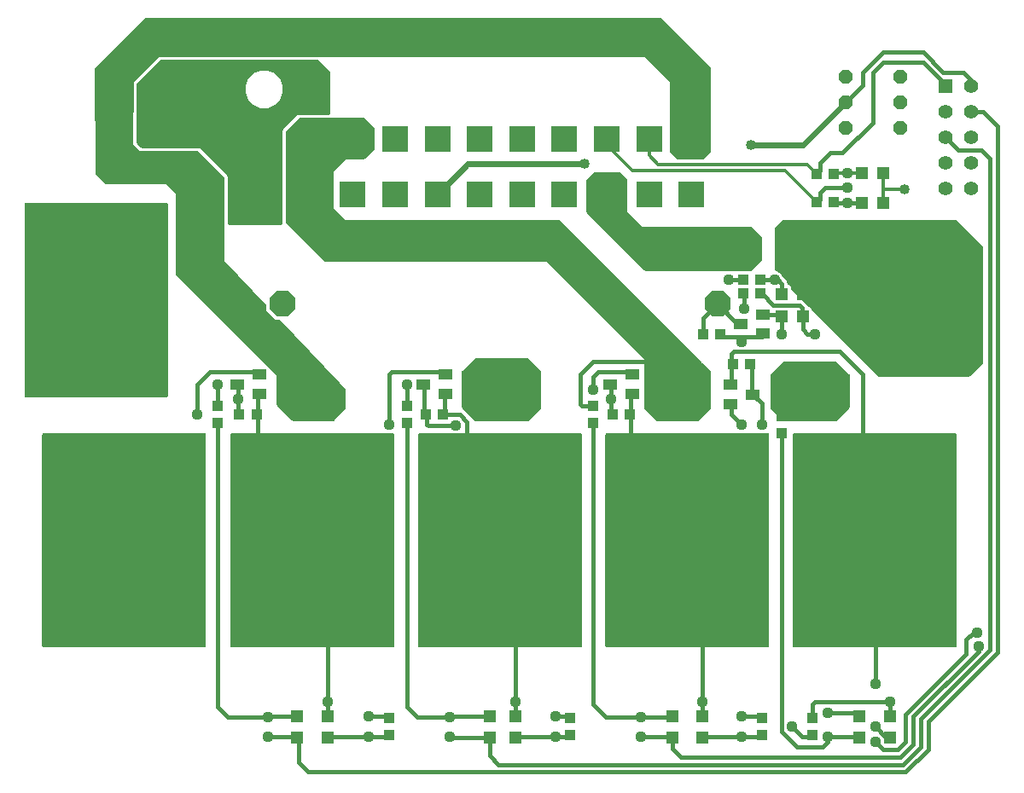
<source format=gbr>
G04 EAGLE Gerber RS-274X export*
G75*
%MOMM*%
%FSLAX34Y34*%
%LPD*%
%INTop Copper*%
%IPPOS*%
%AMOC8*
5,1,8,0,0,1.08239X$1,22.5*%
G01*
%ADD10P,2.749271X8X202.500000*%
%ADD11R,1.200000X1.200000*%
%ADD12R,1.100000X1.000000*%
%ADD13R,1.000000X1.100000*%
%ADD14R,3.150000X1.700000*%
%ADD15R,1.700000X3.150000*%
%ADD16C,8.000000*%
%ADD17R,2.550000X2.550000*%
%ADD18P,1.525737X8X112.500000*%
%ADD19R,1.400000X1.000000*%
%ADD20R,1.409600X1.409600*%
%ADD21C,1.409600*%
%ADD22C,0.304800*%
%ADD23C,0.406400*%
%ADD24C,1.117600*%
%ADD25C,1.108000*%
%ADD26C,1.016000*%
%ADD27C,1.422400*%
%ADD28C,0.609600*%
%ADD29C,1.114800*%

G36*
X335155Y373495D02*
X335155Y373495D01*
X335346Y373516D01*
X335346Y373517D01*
X335505Y373573D01*
X335674Y373634D01*
X335812Y373723D01*
X335967Y373823D01*
X335968Y373824D01*
X336143Y373993D01*
X346943Y386243D01*
X346988Y386307D01*
X347040Y386366D01*
X347087Y386450D01*
X347142Y386529D01*
X347171Y386602D01*
X347209Y386671D01*
X347235Y386763D01*
X347270Y386853D01*
X347282Y386930D01*
X347304Y387006D01*
X347315Y387149D01*
X347322Y387197D01*
X347321Y387218D01*
X347323Y387250D01*
X347323Y403800D01*
X347316Y403860D01*
X347318Y403921D01*
X347296Y404033D01*
X347283Y404146D01*
X347263Y404203D01*
X347251Y404263D01*
X347204Y404367D01*
X347166Y404474D01*
X347133Y404525D01*
X347108Y404580D01*
X346992Y404744D01*
X346977Y404767D01*
X346972Y404772D01*
X346966Y404780D01*
X344866Y407280D01*
X344833Y407311D01*
X344777Y407377D01*
X341093Y411061D01*
X281988Y473773D01*
X281875Y473869D01*
X281764Y473968D01*
X281742Y473981D01*
X281722Y473997D01*
X281589Y474065D01*
X281459Y474137D01*
X281434Y474144D01*
X281411Y474156D01*
X281267Y474191D01*
X281124Y474232D01*
X281093Y474234D01*
X281073Y474239D01*
X281025Y474240D01*
X280880Y474251D01*
X277577Y474251D01*
X268351Y483477D01*
X268351Y487638D01*
X268339Y487741D01*
X268337Y487845D01*
X268319Y487913D01*
X268311Y487984D01*
X268276Y488082D01*
X268251Y488182D01*
X268218Y488245D01*
X268194Y488312D01*
X268138Y488399D01*
X268089Y488491D01*
X268030Y488565D01*
X268005Y488605D01*
X267978Y488631D01*
X267937Y488682D01*
X226823Y532305D01*
X226823Y614700D01*
X226809Y614826D01*
X226802Y614952D01*
X226789Y614998D01*
X226783Y615046D01*
X226741Y615165D01*
X226706Y615287D01*
X226682Y615329D01*
X226666Y615374D01*
X226597Y615481D01*
X226536Y615591D01*
X226496Y615637D01*
X226477Y615667D01*
X226442Y615701D01*
X226377Y615777D01*
X201077Y641077D01*
X200978Y641156D01*
X200884Y641240D01*
X200842Y641264D01*
X200804Y641294D01*
X200690Y641348D01*
X200579Y641409D01*
X200533Y641422D01*
X200489Y641443D01*
X200366Y641469D01*
X200244Y641504D01*
X200183Y641509D01*
X200148Y641516D01*
X200100Y641515D01*
X200000Y641523D01*
X143131Y641523D01*
X136526Y648128D01*
X136820Y710466D01*
X161331Y734977D01*
X643769Y734977D01*
X668277Y710469D01*
X668277Y641250D01*
X668291Y641124D01*
X668298Y640998D01*
X668311Y640952D01*
X668317Y640904D01*
X668359Y640785D01*
X668394Y640663D01*
X668418Y640621D01*
X668434Y640576D01*
X668503Y640469D01*
X668564Y640359D01*
X668604Y640313D01*
X668623Y640283D01*
X668658Y640249D01*
X668723Y640173D01*
X675073Y633823D01*
X675172Y633744D01*
X675266Y633660D01*
X675308Y633636D01*
X675346Y633606D01*
X675460Y633552D01*
X675571Y633491D01*
X675617Y633478D01*
X675661Y633457D01*
X675784Y633431D01*
X675906Y633396D01*
X675967Y633392D01*
X676002Y633384D01*
X676050Y633385D01*
X676150Y633377D01*
X701550Y633377D01*
X701676Y633391D01*
X701802Y633398D01*
X701848Y633411D01*
X701896Y633417D01*
X702015Y633459D01*
X702137Y633494D01*
X702179Y633518D01*
X702224Y633534D01*
X702331Y633603D01*
X702441Y633664D01*
X702487Y633704D01*
X702517Y633723D01*
X702551Y633758D01*
X702627Y633823D01*
X708977Y640173D01*
X709056Y640272D01*
X709140Y640366D01*
X709164Y640408D01*
X709194Y640446D01*
X709248Y640560D01*
X709309Y640671D01*
X709322Y640717D01*
X709343Y640761D01*
X709369Y640884D01*
X709404Y641006D01*
X709409Y641067D01*
X709416Y641102D01*
X709415Y641150D01*
X709423Y641250D01*
X709423Y723800D01*
X709409Y723926D01*
X709402Y724052D01*
X709389Y724098D01*
X709383Y724146D01*
X709341Y724265D01*
X709306Y724387D01*
X709282Y724429D01*
X709266Y724474D01*
X709197Y724581D01*
X709136Y724691D01*
X709096Y724737D01*
X709077Y724767D01*
X709042Y724801D01*
X709030Y724815D01*
X709019Y724831D01*
X709008Y724841D01*
X708977Y724877D01*
X660877Y772977D01*
X660778Y773056D01*
X660684Y773140D01*
X660642Y773164D01*
X660604Y773194D01*
X660490Y773248D01*
X660379Y773309D01*
X660333Y773322D01*
X660289Y773343D01*
X660166Y773369D01*
X660044Y773404D01*
X659983Y773409D01*
X659948Y773416D01*
X659900Y773415D01*
X659800Y773423D01*
X148000Y773423D01*
X147874Y773409D01*
X147748Y773402D01*
X147702Y773389D01*
X147654Y773383D01*
X147535Y773341D01*
X147413Y773306D01*
X147371Y773282D01*
X147326Y773266D01*
X147219Y773197D01*
X147109Y773136D01*
X147063Y773096D01*
X147033Y773077D01*
X146999Y773042D01*
X146923Y772977D01*
X98823Y724877D01*
X98757Y724794D01*
X98715Y724750D01*
X98706Y724735D01*
X98659Y724683D01*
X98636Y724641D01*
X98606Y724604D01*
X98552Y724489D01*
X98491Y724378D01*
X98478Y724332D01*
X98457Y724289D01*
X98431Y724165D01*
X98396Y724042D01*
X98391Y723983D01*
X98384Y723948D01*
X98385Y723900D01*
X98377Y723799D01*
X98477Y619999D01*
X98491Y619874D01*
X98498Y619748D01*
X98511Y619701D01*
X98517Y619652D01*
X98560Y619534D01*
X98594Y619413D01*
X98618Y619371D01*
X98635Y619324D01*
X98703Y619219D01*
X98764Y619109D01*
X98804Y619062D01*
X98824Y619032D01*
X98859Y618998D01*
X98923Y618923D01*
X108923Y608923D01*
X109022Y608844D01*
X109116Y608760D01*
X109158Y608736D01*
X109196Y608706D01*
X109310Y608652D01*
X109421Y608591D01*
X109467Y608578D01*
X109511Y608557D01*
X109634Y608531D01*
X109756Y608496D01*
X109817Y608492D01*
X109852Y608484D01*
X109900Y608485D01*
X110000Y608477D01*
X169369Y608477D01*
X178377Y599469D01*
X178377Y520100D01*
X178391Y519974D01*
X178398Y519848D01*
X178411Y519802D01*
X178417Y519754D01*
X178459Y519635D01*
X178494Y519513D01*
X178518Y519471D01*
X178534Y519426D01*
X178603Y519319D01*
X178664Y519209D01*
X178704Y519163D01*
X178723Y519133D01*
X178758Y519099D01*
X178823Y519023D01*
X278477Y419369D01*
X278477Y390000D01*
X278491Y389874D01*
X278498Y389748D01*
X278511Y389702D01*
X278517Y389654D01*
X278559Y389535D01*
X278594Y389413D01*
X278618Y389371D01*
X278634Y389326D01*
X278703Y389219D01*
X278764Y389109D01*
X278804Y389063D01*
X278823Y389033D01*
X278858Y388999D01*
X278923Y388923D01*
X293923Y373923D01*
X294022Y373844D01*
X294116Y373760D01*
X294158Y373736D01*
X294196Y373706D01*
X294310Y373652D01*
X294421Y373591D01*
X294467Y373578D01*
X294511Y373557D01*
X294634Y373531D01*
X294756Y373496D01*
X294817Y373492D01*
X294852Y373484D01*
X294900Y373485D01*
X295000Y373477D01*
X335000Y373477D01*
X335155Y373495D01*
G37*
G36*
X394118Y148746D02*
X394118Y148746D01*
X394237Y148753D01*
X394275Y148766D01*
X394316Y148771D01*
X394426Y148814D01*
X394539Y148851D01*
X394574Y148873D01*
X394611Y148888D01*
X394707Y148958D01*
X394808Y149021D01*
X394836Y149051D01*
X394869Y149074D01*
X394945Y149166D01*
X395026Y149253D01*
X395046Y149288D01*
X395071Y149319D01*
X395122Y149427D01*
X395180Y149531D01*
X395190Y149571D01*
X395207Y149607D01*
X395229Y149724D01*
X395259Y149839D01*
X395263Y149900D01*
X395267Y149920D01*
X395265Y149940D01*
X395269Y150000D01*
X395269Y360000D01*
X395254Y360118D01*
X395247Y360237D01*
X395234Y360275D01*
X395229Y360316D01*
X395186Y360426D01*
X395149Y360539D01*
X395127Y360574D01*
X395112Y360611D01*
X395043Y360707D01*
X394979Y360808D01*
X394949Y360836D01*
X394926Y360869D01*
X394834Y360945D01*
X394747Y361026D01*
X394712Y361046D01*
X394681Y361071D01*
X394573Y361122D01*
X394469Y361180D01*
X394429Y361190D01*
X394393Y361207D01*
X394276Y361229D01*
X394161Y361259D01*
X394101Y361263D01*
X394081Y361267D01*
X394060Y361265D01*
X394000Y361269D01*
X234000Y361269D01*
X233882Y361254D01*
X233763Y361247D01*
X233725Y361234D01*
X233684Y361229D01*
X233574Y361186D01*
X233461Y361149D01*
X233426Y361127D01*
X233389Y361112D01*
X233293Y361043D01*
X233192Y360979D01*
X233164Y360949D01*
X233131Y360926D01*
X233056Y360834D01*
X232974Y360747D01*
X232954Y360712D01*
X232929Y360681D01*
X232878Y360573D01*
X232820Y360469D01*
X232810Y360429D01*
X232793Y360393D01*
X232771Y360276D01*
X232741Y360161D01*
X232737Y360101D01*
X232733Y360081D01*
X232735Y360060D01*
X232731Y360000D01*
X232731Y150000D01*
X232746Y149882D01*
X232753Y149763D01*
X232766Y149725D01*
X232771Y149684D01*
X232814Y149574D01*
X232851Y149461D01*
X232873Y149426D01*
X232888Y149389D01*
X232958Y149293D01*
X233021Y149192D01*
X233051Y149164D01*
X233074Y149131D01*
X233166Y149056D01*
X233253Y148974D01*
X233288Y148954D01*
X233319Y148929D01*
X233427Y148878D01*
X233531Y148820D01*
X233571Y148810D01*
X233607Y148793D01*
X233724Y148771D01*
X233839Y148741D01*
X233900Y148737D01*
X233920Y148733D01*
X233940Y148735D01*
X234000Y148731D01*
X394000Y148731D01*
X394118Y148746D01*
G37*
G36*
X207318Y148746D02*
X207318Y148746D01*
X207437Y148753D01*
X207475Y148766D01*
X207516Y148771D01*
X207626Y148814D01*
X207739Y148851D01*
X207774Y148873D01*
X207811Y148888D01*
X207907Y148958D01*
X208008Y149021D01*
X208036Y149051D01*
X208069Y149074D01*
X208145Y149166D01*
X208226Y149253D01*
X208246Y149288D01*
X208271Y149319D01*
X208322Y149427D01*
X208380Y149531D01*
X208390Y149571D01*
X208407Y149607D01*
X208429Y149724D01*
X208459Y149839D01*
X208463Y149900D01*
X208467Y149920D01*
X208465Y149940D01*
X208469Y150000D01*
X208469Y360000D01*
X208454Y360118D01*
X208447Y360237D01*
X208434Y360275D01*
X208429Y360316D01*
X208386Y360426D01*
X208349Y360539D01*
X208327Y360574D01*
X208312Y360611D01*
X208243Y360707D01*
X208179Y360808D01*
X208149Y360836D01*
X208126Y360869D01*
X208034Y360945D01*
X207947Y361026D01*
X207912Y361046D01*
X207881Y361071D01*
X207773Y361122D01*
X207669Y361180D01*
X207629Y361190D01*
X207593Y361207D01*
X207476Y361229D01*
X207361Y361259D01*
X207301Y361263D01*
X207281Y361267D01*
X207260Y361265D01*
X207200Y361269D01*
X47200Y361269D01*
X47082Y361254D01*
X46963Y361247D01*
X46925Y361234D01*
X46884Y361229D01*
X46774Y361186D01*
X46661Y361149D01*
X46626Y361127D01*
X46589Y361112D01*
X46493Y361043D01*
X46392Y360979D01*
X46364Y360949D01*
X46331Y360926D01*
X46256Y360834D01*
X46174Y360747D01*
X46154Y360712D01*
X46129Y360681D01*
X46078Y360573D01*
X46020Y360469D01*
X46010Y360429D01*
X45993Y360393D01*
X45971Y360276D01*
X45941Y360161D01*
X45937Y360101D01*
X45933Y360081D01*
X45935Y360060D01*
X45931Y360000D01*
X45931Y150000D01*
X45946Y149882D01*
X45953Y149763D01*
X45966Y149725D01*
X45971Y149684D01*
X46014Y149574D01*
X46051Y149461D01*
X46073Y149426D01*
X46088Y149389D01*
X46158Y149293D01*
X46221Y149192D01*
X46251Y149164D01*
X46274Y149131D01*
X46366Y149056D01*
X46453Y148974D01*
X46488Y148954D01*
X46519Y148929D01*
X46627Y148878D01*
X46731Y148820D01*
X46771Y148810D01*
X46807Y148793D01*
X46924Y148771D01*
X47039Y148741D01*
X47100Y148737D01*
X47120Y148733D01*
X47140Y148735D01*
X47200Y148731D01*
X207200Y148731D01*
X207318Y148746D01*
G37*
G36*
X952118Y148746D02*
X952118Y148746D01*
X952237Y148753D01*
X952275Y148766D01*
X952316Y148771D01*
X952426Y148814D01*
X952539Y148851D01*
X952574Y148873D01*
X952611Y148888D01*
X952707Y148958D01*
X952808Y149021D01*
X952836Y149051D01*
X952869Y149074D01*
X952945Y149166D01*
X953026Y149253D01*
X953046Y149288D01*
X953071Y149319D01*
X953122Y149427D01*
X953180Y149531D01*
X953190Y149571D01*
X953207Y149607D01*
X953229Y149724D01*
X953259Y149839D01*
X953263Y149900D01*
X953267Y149920D01*
X953265Y149940D01*
X953269Y150000D01*
X953269Y360000D01*
X953254Y360118D01*
X953247Y360237D01*
X953234Y360275D01*
X953229Y360316D01*
X953186Y360426D01*
X953149Y360539D01*
X953127Y360574D01*
X953112Y360611D01*
X953043Y360707D01*
X952979Y360808D01*
X952949Y360836D01*
X952926Y360869D01*
X952834Y360945D01*
X952747Y361026D01*
X952712Y361046D01*
X952681Y361071D01*
X952573Y361122D01*
X952469Y361180D01*
X952429Y361190D01*
X952393Y361207D01*
X952276Y361229D01*
X952161Y361259D01*
X952101Y361263D01*
X952081Y361267D01*
X952060Y361265D01*
X952000Y361269D01*
X792000Y361269D01*
X791882Y361254D01*
X791763Y361247D01*
X791725Y361234D01*
X791684Y361229D01*
X791574Y361186D01*
X791461Y361149D01*
X791426Y361127D01*
X791389Y361112D01*
X791293Y361043D01*
X791192Y360979D01*
X791164Y360949D01*
X791131Y360926D01*
X791056Y360834D01*
X790974Y360747D01*
X790954Y360712D01*
X790929Y360681D01*
X790878Y360573D01*
X790820Y360469D01*
X790810Y360429D01*
X790793Y360393D01*
X790771Y360276D01*
X790741Y360161D01*
X790737Y360101D01*
X790733Y360081D01*
X790735Y360060D01*
X790731Y360000D01*
X790731Y150000D01*
X790746Y149882D01*
X790753Y149763D01*
X790766Y149725D01*
X790771Y149684D01*
X790814Y149574D01*
X790851Y149461D01*
X790873Y149426D01*
X790888Y149389D01*
X790958Y149293D01*
X791021Y149192D01*
X791051Y149164D01*
X791074Y149131D01*
X791166Y149056D01*
X791253Y148974D01*
X791288Y148954D01*
X791319Y148929D01*
X791427Y148878D01*
X791531Y148820D01*
X791571Y148810D01*
X791607Y148793D01*
X791724Y148771D01*
X791839Y148741D01*
X791900Y148737D01*
X791920Y148733D01*
X791940Y148735D01*
X792000Y148731D01*
X952000Y148731D01*
X952118Y148746D01*
G37*
G36*
X766118Y148746D02*
X766118Y148746D01*
X766237Y148753D01*
X766275Y148766D01*
X766316Y148771D01*
X766426Y148814D01*
X766539Y148851D01*
X766574Y148873D01*
X766611Y148888D01*
X766707Y148958D01*
X766808Y149021D01*
X766836Y149051D01*
X766869Y149074D01*
X766945Y149166D01*
X767026Y149253D01*
X767046Y149288D01*
X767071Y149319D01*
X767122Y149427D01*
X767180Y149531D01*
X767190Y149571D01*
X767207Y149607D01*
X767229Y149724D01*
X767259Y149839D01*
X767263Y149900D01*
X767267Y149920D01*
X767265Y149940D01*
X767269Y150000D01*
X767269Y360000D01*
X767254Y360118D01*
X767247Y360237D01*
X767234Y360275D01*
X767229Y360316D01*
X767186Y360426D01*
X767149Y360539D01*
X767127Y360574D01*
X767112Y360611D01*
X767043Y360707D01*
X766979Y360808D01*
X766949Y360836D01*
X766926Y360869D01*
X766834Y360945D01*
X766747Y361026D01*
X766712Y361046D01*
X766681Y361071D01*
X766573Y361122D01*
X766469Y361180D01*
X766429Y361190D01*
X766393Y361207D01*
X766276Y361229D01*
X766161Y361259D01*
X766101Y361263D01*
X766081Y361267D01*
X766060Y361265D01*
X766000Y361269D01*
X606000Y361269D01*
X605882Y361254D01*
X605763Y361247D01*
X605725Y361234D01*
X605684Y361229D01*
X605574Y361186D01*
X605461Y361149D01*
X605426Y361127D01*
X605389Y361112D01*
X605293Y361043D01*
X605192Y360979D01*
X605164Y360949D01*
X605131Y360926D01*
X605056Y360834D01*
X604974Y360747D01*
X604954Y360712D01*
X604929Y360681D01*
X604878Y360573D01*
X604820Y360469D01*
X604810Y360429D01*
X604793Y360393D01*
X604771Y360276D01*
X604741Y360161D01*
X604737Y360101D01*
X604733Y360081D01*
X604735Y360060D01*
X604731Y360000D01*
X604731Y150000D01*
X604746Y149882D01*
X604753Y149763D01*
X604766Y149725D01*
X604771Y149684D01*
X604814Y149574D01*
X604851Y149461D01*
X604873Y149426D01*
X604888Y149389D01*
X604958Y149293D01*
X605021Y149192D01*
X605051Y149164D01*
X605074Y149131D01*
X605166Y149056D01*
X605253Y148974D01*
X605288Y148954D01*
X605319Y148929D01*
X605427Y148878D01*
X605531Y148820D01*
X605571Y148810D01*
X605607Y148793D01*
X605724Y148771D01*
X605839Y148741D01*
X605900Y148737D01*
X605920Y148733D01*
X605940Y148735D01*
X606000Y148731D01*
X766000Y148731D01*
X766118Y148746D01*
G37*
G36*
X580118Y148746D02*
X580118Y148746D01*
X580237Y148753D01*
X580275Y148766D01*
X580316Y148771D01*
X580426Y148814D01*
X580539Y148851D01*
X580574Y148873D01*
X580611Y148888D01*
X580707Y148958D01*
X580808Y149021D01*
X580836Y149051D01*
X580869Y149074D01*
X580945Y149166D01*
X581026Y149253D01*
X581046Y149288D01*
X581071Y149319D01*
X581122Y149427D01*
X581180Y149531D01*
X581190Y149571D01*
X581207Y149607D01*
X581229Y149724D01*
X581259Y149839D01*
X581263Y149900D01*
X581267Y149920D01*
X581265Y149940D01*
X581269Y150000D01*
X581269Y360000D01*
X581254Y360118D01*
X581247Y360237D01*
X581234Y360275D01*
X581229Y360316D01*
X581186Y360426D01*
X581149Y360539D01*
X581127Y360574D01*
X581112Y360611D01*
X581043Y360707D01*
X580979Y360808D01*
X580949Y360836D01*
X580926Y360869D01*
X580834Y360945D01*
X580747Y361026D01*
X580712Y361046D01*
X580681Y361071D01*
X580573Y361122D01*
X580469Y361180D01*
X580429Y361190D01*
X580393Y361207D01*
X580276Y361229D01*
X580161Y361259D01*
X580101Y361263D01*
X580081Y361267D01*
X580060Y361265D01*
X580000Y361269D01*
X458356Y361269D01*
X458347Y361268D01*
X458338Y361269D01*
X458189Y361248D01*
X458041Y361229D01*
X458032Y361226D01*
X458023Y361225D01*
X457870Y361173D01*
X457766Y361129D01*
X454734Y361129D01*
X454630Y361173D01*
X454621Y361175D01*
X454612Y361180D01*
X454468Y361217D01*
X454323Y361257D01*
X454313Y361257D01*
X454304Y361259D01*
X454144Y361269D01*
X420000Y361269D01*
X419882Y361254D01*
X419763Y361247D01*
X419725Y361234D01*
X419684Y361229D01*
X419574Y361186D01*
X419461Y361149D01*
X419426Y361127D01*
X419389Y361112D01*
X419293Y361043D01*
X419192Y360979D01*
X419164Y360949D01*
X419131Y360926D01*
X419056Y360834D01*
X418974Y360747D01*
X418954Y360712D01*
X418929Y360681D01*
X418878Y360573D01*
X418820Y360469D01*
X418810Y360429D01*
X418793Y360393D01*
X418771Y360276D01*
X418741Y360161D01*
X418737Y360101D01*
X418733Y360081D01*
X418735Y360060D01*
X418731Y360000D01*
X418731Y150000D01*
X418746Y149882D01*
X418753Y149763D01*
X418766Y149725D01*
X418771Y149684D01*
X418814Y149574D01*
X418851Y149461D01*
X418873Y149426D01*
X418888Y149389D01*
X418958Y149293D01*
X419021Y149192D01*
X419051Y149164D01*
X419074Y149131D01*
X419166Y149056D01*
X419253Y148974D01*
X419288Y148954D01*
X419319Y148929D01*
X419427Y148878D01*
X419531Y148820D01*
X419571Y148810D01*
X419607Y148793D01*
X419724Y148771D01*
X419839Y148741D01*
X419900Y148737D01*
X419920Y148733D01*
X419940Y148735D01*
X420000Y148731D01*
X580000Y148731D01*
X580118Y148746D01*
G37*
G36*
X169618Y397346D02*
X169618Y397346D01*
X169737Y397353D01*
X169775Y397366D01*
X169816Y397371D01*
X169926Y397414D01*
X170039Y397451D01*
X170074Y397473D01*
X170111Y397488D01*
X170207Y397558D01*
X170308Y397621D01*
X170336Y397651D01*
X170369Y397674D01*
X170445Y397766D01*
X170526Y397853D01*
X170546Y397888D01*
X170571Y397919D01*
X170622Y398027D01*
X170680Y398131D01*
X170690Y398171D01*
X170707Y398207D01*
X170729Y398324D01*
X170759Y398439D01*
X170763Y398500D01*
X170767Y398520D01*
X170765Y398540D01*
X170769Y398600D01*
X170769Y588600D01*
X170754Y588718D01*
X170747Y588837D01*
X170734Y588875D01*
X170729Y588916D01*
X170686Y589026D01*
X170649Y589139D01*
X170627Y589174D01*
X170612Y589211D01*
X170543Y589307D01*
X170479Y589408D01*
X170449Y589436D01*
X170426Y589469D01*
X170334Y589545D01*
X170247Y589626D01*
X170212Y589646D01*
X170181Y589671D01*
X170073Y589722D01*
X169969Y589780D01*
X169929Y589790D01*
X169893Y589807D01*
X169776Y589829D01*
X169661Y589859D01*
X169601Y589863D01*
X169581Y589867D01*
X169560Y589865D01*
X169500Y589869D01*
X29500Y589869D01*
X29382Y589854D01*
X29263Y589847D01*
X29225Y589834D01*
X29184Y589829D01*
X29074Y589786D01*
X28961Y589749D01*
X28926Y589727D01*
X28889Y589712D01*
X28793Y589643D01*
X28692Y589579D01*
X28664Y589549D01*
X28631Y589526D01*
X28556Y589434D01*
X28474Y589347D01*
X28454Y589312D01*
X28429Y589281D01*
X28378Y589173D01*
X28320Y589069D01*
X28310Y589029D01*
X28293Y588993D01*
X28271Y588876D01*
X28241Y588761D01*
X28237Y588701D01*
X28233Y588681D01*
X28235Y588660D01*
X28231Y588600D01*
X28231Y398600D01*
X28246Y398482D01*
X28253Y398363D01*
X28266Y398325D01*
X28271Y398284D01*
X28314Y398174D01*
X28351Y398061D01*
X28373Y398026D01*
X28388Y397989D01*
X28458Y397893D01*
X28521Y397792D01*
X28551Y397764D01*
X28574Y397731D01*
X28666Y397656D01*
X28753Y397574D01*
X28788Y397554D01*
X28819Y397529D01*
X28927Y397478D01*
X29031Y397420D01*
X29071Y397410D01*
X29107Y397393D01*
X29224Y397371D01*
X29339Y397341D01*
X29400Y397337D01*
X29420Y397333D01*
X29440Y397335D01*
X29500Y397331D01*
X169500Y397331D01*
X169618Y397346D01*
G37*
G36*
X695326Y373141D02*
X695326Y373141D01*
X695452Y373148D01*
X695498Y373161D01*
X695546Y373167D01*
X695665Y373209D01*
X695787Y373244D01*
X695829Y373268D01*
X695874Y373284D01*
X695981Y373353D01*
X696091Y373414D01*
X696137Y373454D01*
X696167Y373473D01*
X696201Y373508D01*
X696277Y373573D01*
X708977Y386273D01*
X709056Y386372D01*
X709140Y386466D01*
X709164Y386508D01*
X709194Y386546D01*
X709248Y386660D01*
X709309Y386771D01*
X709322Y386817D01*
X709343Y386861D01*
X709369Y386984D01*
X709404Y387106D01*
X709409Y387167D01*
X709416Y387202D01*
X709415Y387250D01*
X709423Y387350D01*
X709423Y422100D01*
X709409Y422226D01*
X709402Y422352D01*
X709389Y422398D01*
X709383Y422446D01*
X709341Y422565D01*
X709306Y422687D01*
X709282Y422729D01*
X709266Y422774D01*
X709197Y422881D01*
X709136Y422991D01*
X709096Y423037D01*
X709077Y423067D01*
X709042Y423101D01*
X708977Y423177D01*
X701078Y431076D01*
X559878Y572576D01*
X559778Y572655D01*
X559684Y572740D01*
X559643Y572763D01*
X559605Y572793D01*
X559491Y572847D01*
X559379Y572909D01*
X559333Y572922D01*
X559291Y572942D01*
X559166Y572969D01*
X559044Y573004D01*
X558984Y573008D01*
X558950Y573016D01*
X558902Y573015D01*
X558800Y573023D01*
X546100Y573023D01*
X546099Y573023D01*
X346581Y572924D01*
X334773Y584731D01*
X334773Y621569D01*
X346581Y633377D01*
X365000Y633377D01*
X365126Y633391D01*
X365252Y633398D01*
X365298Y633411D01*
X365346Y633417D01*
X365465Y633459D01*
X365587Y633494D01*
X365629Y633518D01*
X365674Y633534D01*
X365781Y633603D01*
X365891Y633664D01*
X365937Y633704D01*
X365967Y633723D01*
X366001Y633758D01*
X366077Y633823D01*
X375602Y643348D01*
X375681Y643447D01*
X375765Y643541D01*
X375789Y643583D01*
X375819Y643621D01*
X375873Y643735D01*
X375934Y643846D01*
X375947Y643892D01*
X375968Y643936D01*
X375994Y644059D01*
X376029Y644181D01*
X376034Y644242D01*
X376041Y644277D01*
X376040Y644325D01*
X376048Y644425D01*
X376048Y663475D01*
X376034Y663601D01*
X376027Y663727D01*
X376014Y663773D01*
X376008Y663821D01*
X375966Y663940D01*
X375931Y664062D01*
X375907Y664104D01*
X375891Y664149D01*
X375822Y664256D01*
X375761Y664366D01*
X375721Y664412D01*
X375702Y664442D01*
X375667Y664476D01*
X375602Y664552D01*
X366077Y674077D01*
X365978Y674156D01*
X365884Y674240D01*
X365842Y674264D01*
X365804Y674294D01*
X365690Y674348D01*
X365579Y674409D01*
X365533Y674422D01*
X365489Y674443D01*
X365366Y674469D01*
X365244Y674504D01*
X365183Y674509D01*
X365148Y674516D01*
X365100Y674515D01*
X365000Y674523D01*
X301500Y674523D01*
X301374Y674509D01*
X301248Y674502D01*
X301202Y674489D01*
X301154Y674483D01*
X301035Y674441D01*
X300913Y674406D01*
X300871Y674382D01*
X300826Y674366D01*
X300719Y674297D01*
X300609Y674236D01*
X300563Y674196D01*
X300533Y674177D01*
X300499Y674142D01*
X300423Y674077D01*
X287723Y661377D01*
X287644Y661278D01*
X287560Y661184D01*
X287536Y661142D01*
X287506Y661104D01*
X287452Y660990D01*
X287391Y660879D01*
X287378Y660833D01*
X287357Y660789D01*
X287331Y660666D01*
X287296Y660544D01*
X287292Y660483D01*
X287284Y660448D01*
X287285Y660400D01*
X287277Y660300D01*
X287277Y571400D01*
X287291Y571274D01*
X287298Y571148D01*
X287311Y571102D01*
X287317Y571054D01*
X287359Y570935D01*
X287394Y570813D01*
X287418Y570771D01*
X287434Y570726D01*
X287503Y570619D01*
X287564Y570509D01*
X287604Y570463D01*
X287623Y570433D01*
X287658Y570399D01*
X287723Y570323D01*
X325823Y532223D01*
X325922Y532144D01*
X326016Y532059D01*
X326058Y532036D01*
X326096Y532006D01*
X326210Y531952D01*
X326322Y531891D01*
X326368Y531878D01*
X326411Y531857D01*
X326535Y531831D01*
X326657Y531796D01*
X326717Y531791D01*
X326752Y531784D01*
X326800Y531785D01*
X326901Y531777D01*
X520701Y531877D01*
X546115Y531877D01*
X546170Y531777D01*
X546243Y531640D01*
X546255Y531626D01*
X546264Y531609D01*
X546423Y531423D01*
X642877Y434969D01*
X642877Y387350D01*
X642891Y387224D01*
X642898Y387098D01*
X642911Y387052D01*
X642917Y387004D01*
X642959Y386885D01*
X642994Y386763D01*
X643018Y386721D01*
X643034Y386676D01*
X643103Y386569D01*
X643164Y386459D01*
X643204Y386413D01*
X643223Y386383D01*
X643258Y386349D01*
X643323Y386273D01*
X656023Y373573D01*
X656122Y373494D01*
X656216Y373410D01*
X656258Y373386D01*
X656296Y373356D01*
X656410Y373302D01*
X656521Y373241D01*
X656567Y373228D01*
X656611Y373207D01*
X656734Y373181D01*
X656856Y373146D01*
X656917Y373142D01*
X656952Y373134D01*
X657000Y373135D01*
X657100Y373127D01*
X695200Y373127D01*
X695326Y373141D01*
G37*
G36*
X965326Y417591D02*
X965326Y417591D01*
X965452Y417598D01*
X965498Y417611D01*
X965546Y417617D01*
X965665Y417659D01*
X965787Y417694D01*
X965829Y417718D01*
X965874Y417734D01*
X965981Y417803D01*
X966091Y417864D01*
X966137Y417904D01*
X966167Y417923D01*
X966201Y417958D01*
X966277Y418023D01*
X978977Y430723D01*
X979056Y430822D01*
X979140Y430916D01*
X979164Y430958D01*
X979194Y430996D01*
X979248Y431110D01*
X979309Y431221D01*
X979322Y431267D01*
X979343Y431311D01*
X979369Y431434D01*
X979404Y431556D01*
X979409Y431617D01*
X979416Y431652D01*
X979415Y431700D01*
X979423Y431800D01*
X979423Y546100D01*
X979409Y546226D01*
X979402Y546352D01*
X979389Y546398D01*
X979383Y546446D01*
X979341Y546565D01*
X979306Y546687D01*
X979282Y546729D01*
X979266Y546774D01*
X979197Y546881D01*
X979136Y546991D01*
X979096Y547037D01*
X979077Y547067D01*
X979042Y547101D01*
X978977Y547177D01*
X953577Y572577D01*
X953478Y572656D01*
X953384Y572740D01*
X953342Y572764D01*
X953304Y572794D01*
X953190Y572848D01*
X953079Y572909D01*
X953033Y572922D01*
X952989Y572943D01*
X952866Y572969D01*
X952744Y573004D01*
X952683Y573009D01*
X952648Y573016D01*
X952600Y573015D01*
X952500Y573023D01*
X781050Y573023D01*
X780924Y573009D01*
X780798Y573002D01*
X780752Y572989D01*
X780704Y572983D01*
X780585Y572941D01*
X780463Y572906D01*
X780421Y572882D01*
X780376Y572866D01*
X780269Y572797D01*
X780159Y572736D01*
X780113Y572696D01*
X780083Y572677D01*
X780049Y572642D01*
X779973Y572577D01*
X773623Y566227D01*
X773544Y566128D01*
X773460Y566034D01*
X773436Y565992D01*
X773406Y565954D01*
X773352Y565840D01*
X773291Y565729D01*
X773278Y565683D01*
X773257Y565639D01*
X773231Y565516D01*
X773196Y565394D01*
X773192Y565333D01*
X773184Y565298D01*
X773185Y565250D01*
X773177Y565150D01*
X773177Y523836D01*
X773186Y523760D01*
X773184Y523683D01*
X773205Y523587D01*
X773217Y523490D01*
X773242Y523418D01*
X773259Y523343D01*
X773301Y523254D01*
X773334Y523161D01*
X773376Y523097D01*
X773408Y523028D01*
X773470Y522951D01*
X773523Y522869D01*
X773578Y522816D01*
X773626Y522756D01*
X773703Y522695D01*
X773774Y522626D01*
X773839Y522587D01*
X773899Y522540D01*
X774033Y522472D01*
X774073Y522448D01*
X774091Y522442D01*
X774117Y522428D01*
X777392Y521072D01*
X779822Y518642D01*
X780610Y516739D01*
X780611Y516737D01*
X780612Y516735D01*
X780697Y516582D01*
X780780Y516434D01*
X780781Y516433D01*
X780782Y516431D01*
X780940Y516245D01*
X782664Y514521D01*
X784307Y512878D01*
X785081Y511011D01*
X785081Y510472D01*
X785083Y510455D01*
X785082Y510443D01*
X785083Y510435D01*
X785082Y510420D01*
X785104Y510273D01*
X785121Y510126D01*
X785129Y510101D01*
X785133Y510075D01*
X785188Y509937D01*
X785238Y509798D01*
X785252Y509776D01*
X785262Y509751D01*
X785347Y509630D01*
X785427Y509505D01*
X785446Y509487D01*
X785461Y509465D01*
X785571Y509366D01*
X785678Y509263D01*
X785700Y509249D01*
X785720Y509232D01*
X785850Y509160D01*
X785977Y509084D01*
X786002Y509076D01*
X786025Y509063D01*
X786168Y509023D01*
X786309Y508978D01*
X786335Y508976D01*
X786360Y508968D01*
X786604Y508949D01*
X786763Y508949D01*
X788549Y507163D01*
X788549Y505328D01*
X788563Y505202D01*
X788570Y505076D01*
X788583Y505030D01*
X788589Y504982D01*
X788631Y504863D01*
X788666Y504741D01*
X788690Y504699D01*
X788706Y504654D01*
X788775Y504547D01*
X788836Y504437D01*
X788876Y504391D01*
X788895Y504361D01*
X788930Y504327D01*
X788995Y504251D01*
X799840Y493405D01*
X799842Y493404D01*
X799843Y493403D01*
X799981Y493294D01*
X800113Y493189D01*
X800115Y493188D01*
X800117Y493187D01*
X800335Y493075D01*
X800378Y493057D01*
X804307Y489128D01*
X804325Y489085D01*
X804326Y489083D01*
X804327Y489081D01*
X804411Y488930D01*
X804495Y488780D01*
X804496Y488778D01*
X804497Y488777D01*
X804655Y488590D01*
X806251Y486995D01*
X806350Y486916D01*
X806444Y486832D01*
X806486Y486808D01*
X806524Y486778D01*
X806638Y486724D01*
X806749Y486663D01*
X806795Y486650D01*
X806839Y486629D01*
X806962Y486603D01*
X807084Y486568D01*
X807145Y486563D01*
X807180Y486556D01*
X807228Y486557D01*
X807328Y486549D01*
X807763Y486549D01*
X809549Y484763D01*
X809549Y484328D01*
X809563Y484202D01*
X809570Y484076D01*
X809583Y484030D01*
X809589Y483982D01*
X809631Y483863D01*
X809666Y483741D01*
X809690Y483699D01*
X809706Y483654D01*
X809775Y483547D01*
X809836Y483437D01*
X809876Y483391D01*
X809895Y483361D01*
X809930Y483327D01*
X809995Y483251D01*
X875223Y418023D01*
X875322Y417944D01*
X875416Y417860D01*
X875458Y417836D01*
X875496Y417806D01*
X875610Y417752D01*
X875721Y417691D01*
X875767Y417678D01*
X875811Y417657D01*
X875934Y417631D01*
X876056Y417596D01*
X876117Y417592D01*
X876152Y417584D01*
X876200Y417585D01*
X876300Y417577D01*
X965200Y417577D01*
X965326Y417591D01*
G37*
G36*
X282931Y568494D02*
X282931Y568494D01*
X283081Y568506D01*
X283104Y568514D01*
X283128Y568517D01*
X283270Y568567D01*
X283413Y568614D01*
X283433Y568626D01*
X283456Y568634D01*
X283583Y568716D01*
X283711Y568793D01*
X283728Y568810D01*
X283749Y568823D01*
X283854Y568932D01*
X283961Y569036D01*
X283974Y569056D01*
X283991Y569074D01*
X284068Y569203D01*
X284149Y569330D01*
X284158Y569352D01*
X284170Y569373D01*
X284216Y569516D01*
X284266Y569658D01*
X284269Y569682D01*
X284276Y569705D01*
X284288Y569855D01*
X284305Y570004D01*
X284302Y570028D01*
X284304Y570052D01*
X284282Y570201D01*
X284264Y570350D01*
X284255Y570378D01*
X284252Y570397D01*
X284235Y570441D01*
X284227Y570464D01*
X284227Y661210D01*
X284923Y662890D01*
X298910Y676877D01*
X300590Y677573D01*
X330000Y677573D01*
X330026Y677576D01*
X330052Y677574D01*
X330199Y677596D01*
X330346Y677613D01*
X330371Y677621D01*
X330397Y677625D01*
X330535Y677680D01*
X330674Y677730D01*
X330696Y677744D01*
X330721Y677754D01*
X330842Y677839D01*
X330967Y677919D01*
X330985Y677938D01*
X331007Y677953D01*
X331106Y678063D01*
X331209Y678170D01*
X331223Y678192D01*
X331240Y678212D01*
X331312Y678342D01*
X331388Y678469D01*
X331396Y678494D01*
X331409Y678517D01*
X331449Y678660D01*
X331494Y678801D01*
X331496Y678827D01*
X331504Y678852D01*
X331523Y679096D01*
X331523Y720000D01*
X331509Y720126D01*
X331502Y720252D01*
X331489Y720298D01*
X331483Y720346D01*
X331441Y720465D01*
X331406Y720587D01*
X331382Y720629D01*
X331366Y720674D01*
X331297Y720781D01*
X331236Y720891D01*
X331196Y720937D01*
X331177Y720967D01*
X331142Y721001D01*
X331077Y721077D01*
X320673Y731481D01*
X320574Y731560D01*
X320480Y731644D01*
X320438Y731668D01*
X320400Y731698D01*
X320286Y731752D01*
X320175Y731813D01*
X320129Y731826D01*
X320085Y731847D01*
X319962Y731873D01*
X319840Y731908D01*
X319779Y731913D01*
X319744Y731920D01*
X319696Y731919D01*
X319596Y731927D01*
X163225Y731927D01*
X163099Y731913D01*
X162973Y731906D01*
X162927Y731893D01*
X162879Y731887D01*
X162760Y731845D01*
X162638Y731810D01*
X162596Y731786D01*
X162551Y731770D01*
X162444Y731701D01*
X162334Y731640D01*
X162288Y731600D01*
X162258Y731581D01*
X162224Y731546D01*
X162148Y731481D01*
X140307Y709640D01*
X140237Y709551D01*
X140227Y709542D01*
X140225Y709538D01*
X140148Y709453D01*
X140123Y709408D01*
X140090Y709367D01*
X140038Y709256D01*
X139978Y709149D01*
X139964Y709099D01*
X139941Y709052D01*
X139916Y708932D01*
X139882Y708814D01*
X139876Y708748D01*
X139868Y708711D01*
X139869Y708664D01*
X139861Y708570D01*
X139585Y650020D01*
X139599Y649891D01*
X139606Y649761D01*
X139618Y649718D01*
X139623Y649674D01*
X139666Y649551D01*
X139702Y649426D01*
X139724Y649387D01*
X139739Y649345D01*
X139809Y649236D01*
X139872Y649122D01*
X139908Y649080D01*
X139926Y649052D01*
X139962Y649017D01*
X140031Y648936D01*
X143948Y645019D01*
X144047Y644940D01*
X144141Y644856D01*
X144183Y644832D01*
X144221Y644802D01*
X144335Y644748D01*
X144446Y644687D01*
X144492Y644674D01*
X144536Y644653D01*
X144659Y644627D01*
X144781Y644592D01*
X144842Y644587D01*
X144877Y644580D01*
X144925Y644581D01*
X145025Y644573D01*
X200910Y644573D01*
X202590Y643877D01*
X229177Y617290D01*
X229873Y615610D01*
X229873Y570000D01*
X229876Y569974D01*
X229874Y569948D01*
X229896Y569801D01*
X229913Y569654D01*
X229921Y569629D01*
X229925Y569603D01*
X229980Y569465D01*
X230030Y569326D01*
X230044Y569304D01*
X230054Y569279D01*
X230139Y569158D01*
X230219Y569033D01*
X230238Y569015D01*
X230253Y568993D01*
X230363Y568894D01*
X230470Y568791D01*
X230492Y568777D01*
X230512Y568760D01*
X230642Y568688D01*
X230769Y568612D01*
X230794Y568604D01*
X230817Y568591D01*
X230960Y568551D01*
X231101Y568506D01*
X231127Y568504D01*
X231152Y568496D01*
X231396Y568477D01*
X282782Y568477D01*
X282931Y568494D01*
G37*
G36*
X749398Y522618D02*
X749398Y522618D01*
X749497Y522621D01*
X749555Y522638D01*
X749616Y522646D01*
X749708Y522682D01*
X749803Y522710D01*
X749855Y522740D01*
X749911Y522763D01*
X749991Y522821D01*
X750077Y522871D01*
X750152Y522937D01*
X750169Y522949D01*
X750176Y522959D01*
X750198Y522978D01*
X759723Y532503D01*
X759783Y532581D01*
X759851Y532653D01*
X759880Y532706D01*
X759917Y532754D01*
X759957Y532845D01*
X760005Y532931D01*
X760020Y532990D01*
X760044Y533046D01*
X760059Y533144D01*
X760084Y533239D01*
X760090Y533339D01*
X760094Y533360D01*
X760092Y533372D01*
X760094Y533400D01*
X760094Y555625D01*
X760082Y555723D01*
X760079Y555822D01*
X760062Y555880D01*
X760054Y555941D01*
X760018Y556033D01*
X759990Y556128D01*
X759960Y556180D01*
X759937Y556236D01*
X759879Y556316D01*
X759829Y556402D01*
X759763Y556477D01*
X759751Y556494D01*
X759741Y556501D01*
X759723Y556523D01*
X750198Y566048D01*
X750119Y566108D01*
X750047Y566176D01*
X749994Y566205D01*
X749946Y566242D01*
X749855Y566282D01*
X749769Y566330D01*
X749710Y566345D01*
X749654Y566369D01*
X749556Y566384D01*
X749461Y566409D01*
X749361Y566415D01*
X749340Y566419D01*
X749328Y566417D01*
X749300Y566419D01*
X641876Y566419D01*
X626619Y581676D01*
X626619Y612675D01*
X626607Y612773D01*
X626604Y612872D01*
X626587Y612930D01*
X626579Y612991D01*
X626543Y613083D01*
X626515Y613178D01*
X626485Y613230D01*
X626462Y613286D01*
X626404Y613366D01*
X626354Y613452D01*
X626288Y613527D01*
X626276Y613544D01*
X626266Y613551D01*
X626248Y613573D01*
X619898Y619923D01*
X619819Y619983D01*
X619747Y620051D01*
X619694Y620080D01*
X619646Y620117D01*
X619555Y620157D01*
X619469Y620205D01*
X619410Y620220D01*
X619354Y620244D01*
X619256Y620259D01*
X619161Y620284D01*
X619061Y620290D01*
X619040Y620294D01*
X619028Y620292D01*
X619000Y620294D01*
X593600Y620294D01*
X593502Y620282D01*
X593403Y620279D01*
X593345Y620262D01*
X593284Y620254D01*
X593192Y620218D01*
X593097Y620190D01*
X593045Y620160D01*
X592989Y620137D01*
X592909Y620079D01*
X592823Y620029D01*
X592748Y619963D01*
X592731Y619951D01*
X592724Y619941D01*
X592703Y619923D01*
X586353Y613573D01*
X586292Y613494D01*
X586224Y613422D01*
X586195Y613369D01*
X586158Y613321D01*
X586118Y613230D01*
X586070Y613144D01*
X586055Y613085D01*
X586031Y613029D01*
X586016Y612931D01*
X585991Y612836D01*
X585985Y612736D01*
X585981Y612715D01*
X585983Y612703D01*
X585981Y612675D01*
X585981Y581150D01*
X585993Y581052D01*
X585996Y580953D01*
X586013Y580895D01*
X586021Y580834D01*
X586057Y580742D01*
X586085Y580647D01*
X586115Y580595D01*
X586138Y580539D01*
X586196Y580459D01*
X586246Y580373D01*
X586312Y580298D01*
X586324Y580281D01*
X586334Y580274D01*
X586353Y580253D01*
X643628Y522978D01*
X643706Y522917D01*
X643778Y522849D01*
X643831Y522820D01*
X643879Y522783D01*
X643970Y522743D01*
X644056Y522695D01*
X644115Y522680D01*
X644171Y522656D01*
X644269Y522641D01*
X644364Y522616D01*
X644464Y522610D01*
X644485Y522606D01*
X644497Y522608D01*
X644525Y522606D01*
X749300Y522606D01*
X749398Y522618D01*
G37*
G36*
X527123Y373293D02*
X527123Y373293D01*
X527222Y373296D01*
X527280Y373313D01*
X527341Y373321D01*
X527433Y373357D01*
X527528Y373385D01*
X527580Y373415D01*
X527636Y373438D01*
X527716Y373496D01*
X527802Y373546D01*
X527877Y373612D01*
X527894Y373624D01*
X527901Y373634D01*
X527923Y373653D01*
X540623Y386353D01*
X540683Y386431D01*
X540751Y386503D01*
X540773Y386543D01*
X540789Y386562D01*
X540795Y386575D01*
X540817Y386604D01*
X540857Y386695D01*
X540905Y386781D01*
X540920Y386839D01*
X540924Y386850D01*
X540925Y386852D01*
X540944Y386896D01*
X540959Y386994D01*
X540984Y387089D01*
X540990Y387189D01*
X540994Y387210D01*
X540992Y387222D01*
X540994Y387250D01*
X540994Y422175D01*
X540982Y422273D01*
X540979Y422372D01*
X540962Y422430D01*
X540954Y422491D01*
X540918Y422583D01*
X540890Y422678D01*
X540860Y422730D01*
X540837Y422786D01*
X540779Y422866D01*
X540729Y422952D01*
X540663Y423027D01*
X540651Y423044D01*
X540641Y423051D01*
X540623Y423073D01*
X527923Y435773D01*
X527844Y435833D01*
X527772Y435901D01*
X527719Y435930D01*
X527671Y435967D01*
X527580Y436007D01*
X527494Y436055D01*
X527435Y436070D01*
X527379Y436094D01*
X527281Y436109D01*
X527186Y436134D01*
X527086Y436140D01*
X527065Y436144D01*
X527053Y436142D01*
X527025Y436144D01*
X476225Y436144D01*
X476127Y436132D01*
X476028Y436129D01*
X475970Y436112D01*
X475909Y436104D01*
X475817Y436068D01*
X475722Y436040D01*
X475670Y436010D01*
X475614Y435987D01*
X475534Y435929D01*
X475448Y435879D01*
X475373Y435813D01*
X475356Y435801D01*
X475349Y435791D01*
X475328Y435773D01*
X462628Y423073D01*
X462567Y422994D01*
X462499Y422922D01*
X462470Y422869D01*
X462433Y422821D01*
X462393Y422730D01*
X462345Y422644D01*
X462330Y422585D01*
X462306Y422529D01*
X462291Y422431D01*
X462266Y422336D01*
X462260Y422236D01*
X462256Y422215D01*
X462258Y422203D01*
X462256Y422175D01*
X462256Y387250D01*
X462268Y387152D01*
X462271Y387053D01*
X462288Y386995D01*
X462296Y386934D01*
X462332Y386842D01*
X462360Y386747D01*
X462381Y386711D01*
X462384Y386703D01*
X462393Y386688D01*
X462413Y386639D01*
X462471Y386559D01*
X462521Y386473D01*
X462550Y386441D01*
X462554Y386434D01*
X462563Y386425D01*
X462587Y386398D01*
X462599Y386381D01*
X462609Y386374D01*
X462628Y386353D01*
X475328Y373653D01*
X475406Y373592D01*
X475478Y373524D01*
X475531Y373495D01*
X475579Y373458D01*
X475670Y373418D01*
X475756Y373370D01*
X475815Y373355D01*
X475871Y373331D01*
X475969Y373316D01*
X476064Y373291D01*
X476164Y373285D01*
X476185Y373281D01*
X476197Y373283D01*
X476225Y373281D01*
X527025Y373281D01*
X527123Y373293D01*
G37*
G36*
X833223Y373293D02*
X833223Y373293D01*
X833322Y373296D01*
X833380Y373313D01*
X833441Y373321D01*
X833533Y373357D01*
X833628Y373385D01*
X833680Y373415D01*
X833736Y373438D01*
X833816Y373496D01*
X833902Y373546D01*
X833977Y373612D01*
X833994Y373624D01*
X834001Y373634D01*
X834023Y373653D01*
X846723Y386353D01*
X846783Y386431D01*
X846851Y386503D01*
X846873Y386543D01*
X846889Y386562D01*
X846895Y386575D01*
X846917Y386604D01*
X846957Y386695D01*
X847005Y386781D01*
X847020Y386839D01*
X847024Y386850D01*
X847025Y386852D01*
X847044Y386896D01*
X847059Y386994D01*
X847084Y387089D01*
X847090Y387189D01*
X847094Y387210D01*
X847092Y387222D01*
X847094Y387250D01*
X847094Y419000D01*
X847082Y419098D01*
X847079Y419197D01*
X847062Y419255D01*
X847054Y419316D01*
X847018Y419408D01*
X846990Y419503D01*
X846960Y419555D01*
X846937Y419611D01*
X846879Y419691D01*
X846829Y419777D01*
X846763Y419852D01*
X846751Y419869D01*
X846741Y419876D01*
X846723Y419898D01*
X834023Y432598D01*
X833944Y432658D01*
X833872Y432726D01*
X833819Y432755D01*
X833771Y432792D01*
X833680Y432832D01*
X833594Y432880D01*
X833535Y432895D01*
X833479Y432919D01*
X833381Y432934D01*
X833286Y432959D01*
X833186Y432965D01*
X833165Y432969D01*
X833153Y432967D01*
X833125Y432969D01*
X782325Y432969D01*
X782227Y432957D01*
X782128Y432954D01*
X782070Y432937D01*
X782009Y432929D01*
X781917Y432893D01*
X781822Y432865D01*
X781770Y432835D01*
X781714Y432812D01*
X781634Y432754D01*
X781548Y432704D01*
X781473Y432638D01*
X781456Y432626D01*
X781449Y432616D01*
X781428Y432598D01*
X768728Y419898D01*
X768667Y419819D01*
X768599Y419747D01*
X768570Y419694D01*
X768533Y419646D01*
X768493Y419555D01*
X768445Y419469D01*
X768430Y419410D01*
X768406Y419354D01*
X768391Y419256D01*
X768366Y419161D01*
X768360Y419061D01*
X768358Y419054D01*
X768358Y419053D01*
X768356Y419040D01*
X768358Y419028D01*
X768356Y419000D01*
X768356Y387250D01*
X768368Y387152D01*
X768371Y387053D01*
X768388Y386995D01*
X768396Y386934D01*
X768432Y386842D01*
X768460Y386747D01*
X768481Y386711D01*
X768484Y386703D01*
X768493Y386688D01*
X768513Y386639D01*
X768571Y386559D01*
X768621Y386473D01*
X768650Y386441D01*
X768654Y386434D01*
X768663Y386425D01*
X768687Y386398D01*
X768699Y386381D01*
X768709Y386374D01*
X768728Y386353D01*
X781428Y373653D01*
X781506Y373592D01*
X781578Y373524D01*
X781631Y373495D01*
X781679Y373458D01*
X781770Y373418D01*
X781856Y373370D01*
X781915Y373355D01*
X781971Y373331D01*
X782069Y373316D01*
X782164Y373291D01*
X782264Y373285D01*
X782285Y373281D01*
X782297Y373283D01*
X782325Y373281D01*
X833125Y373281D01*
X833223Y373293D01*
G37*
%LPC*%
G36*
X262312Y684459D02*
X262312Y684459D01*
X255497Y687282D01*
X250282Y692497D01*
X247459Y699312D01*
X247459Y706688D01*
X250282Y713503D01*
X255497Y718718D01*
X262312Y721541D01*
X269688Y721541D01*
X276503Y718718D01*
X281718Y713503D01*
X284541Y706688D01*
X284541Y699312D01*
X281718Y692497D01*
X276503Y687282D01*
X269688Y684459D01*
X262312Y684459D01*
G37*
%LPD*%
D10*
X715900Y490000D03*
X284100Y490000D03*
D11*
X329000Y59500D03*
X329000Y80500D03*
X515000Y59500D03*
X515000Y80500D03*
X701000Y59500D03*
X701000Y80500D03*
X800500Y499900D03*
X779500Y499900D03*
X887000Y59500D03*
X887000Y80500D03*
D12*
X390000Y78500D03*
X390000Y61500D03*
X570000Y78500D03*
X570000Y61500D03*
X760000Y78500D03*
X760000Y61500D03*
D13*
X758500Y513750D03*
X741500Y513750D03*
D12*
X810000Y78500D03*
X810000Y61500D03*
D14*
X809300Y396200D03*
X809300Y343800D03*
D15*
X735800Y546100D03*
X788200Y546100D03*
D14*
X680000Y396200D03*
X680000Y343800D03*
X500000Y396200D03*
X500000Y343800D03*
X314000Y396200D03*
X314000Y343800D03*
D11*
X880500Y590000D03*
X859500Y590000D03*
D13*
X831500Y590550D03*
X814500Y590550D03*
D16*
X314000Y230000D03*
X500000Y230000D03*
X686000Y230000D03*
X906650Y490000D03*
X872000Y230000D03*
X93350Y490000D03*
D17*
X312000Y653700D03*
X354000Y653700D03*
X396000Y653700D03*
X438000Y653700D03*
X480000Y653700D03*
X522000Y653700D03*
X564000Y653700D03*
X606000Y653700D03*
X648000Y653700D03*
X690000Y653700D03*
X312000Y598700D03*
X354000Y598700D03*
X396000Y598700D03*
X438000Y598700D03*
X480000Y598700D03*
X522000Y598700D03*
X564000Y598700D03*
X606000Y598700D03*
X648000Y598700D03*
X690000Y598700D03*
D16*
X128000Y230000D03*
D18*
X843000Y665000D03*
X843000Y690000D03*
X843000Y715000D03*
X897000Y715000D03*
X897000Y690000D03*
X897000Y665000D03*
D13*
X831500Y619125D03*
X814500Y619125D03*
D11*
X880500Y620000D03*
X859500Y620000D03*
D13*
X241500Y380000D03*
X258500Y380000D03*
D11*
X299000Y59500D03*
X299000Y80500D03*
D12*
X220000Y388500D03*
X220000Y371500D03*
D13*
X426500Y380000D03*
X443500Y380000D03*
D11*
X490000Y59500D03*
X490000Y80500D03*
D12*
X407500Y388500D03*
X407500Y371500D03*
D13*
X611800Y380100D03*
X628800Y380100D03*
D11*
X671000Y59500D03*
X671000Y80500D03*
D12*
X592500Y388500D03*
X592500Y371500D03*
D13*
X718500Y460000D03*
X701500Y460000D03*
D11*
X800500Y477500D03*
X779500Y477500D03*
D13*
X758500Y500000D03*
X741500Y500000D03*
D19*
X751000Y400000D03*
X729000Y390500D03*
X729000Y409500D03*
D13*
X731500Y430000D03*
X748500Y430000D03*
D19*
X239000Y410000D03*
X261000Y419500D03*
X261000Y400500D03*
X424000Y410000D03*
X446000Y419500D03*
X446000Y400500D03*
X609000Y410000D03*
X631000Y419500D03*
X631000Y400500D03*
X739000Y470000D03*
X761000Y479500D03*
X761000Y460500D03*
D11*
X857000Y59500D03*
X857000Y80500D03*
D12*
X780000Y361500D03*
X780000Y378500D03*
D20*
X942300Y705800D03*
D21*
X967700Y705800D03*
X942300Y680400D03*
X967700Y680400D03*
X942300Y655000D03*
X967700Y655000D03*
X942300Y629600D03*
X967700Y629600D03*
X942300Y604200D03*
X967700Y604200D03*
D22*
X880500Y603250D02*
X880500Y590000D01*
X880500Y603250D02*
X880500Y620000D01*
X880500Y603250D02*
X901700Y603250D01*
D23*
X741500Y513750D02*
X727500Y513750D01*
X390000Y80000D02*
X390000Y78500D01*
X390000Y80000D02*
X370000Y80000D01*
X750000Y400000D02*
X751000Y400000D01*
X750000Y400000D02*
X750000Y428500D01*
X748500Y430000D01*
X760000Y391000D02*
X760000Y370000D01*
X760000Y391000D02*
X751000Y400000D01*
X611800Y380100D02*
X610100Y380100D01*
X610000Y380000D01*
X610000Y395000D01*
X610000Y409000D02*
X609000Y410000D01*
X610000Y409000D02*
X610000Y395000D01*
X426500Y380000D02*
X425000Y380000D01*
X425000Y409000D01*
X424000Y410000D01*
X241500Y380000D02*
X240000Y380000D01*
X240000Y395000D02*
X240000Y409000D01*
X239000Y410000D01*
X240000Y395000D02*
X240000Y380000D01*
X701500Y460000D02*
X701500Y475600D01*
X715900Y490000D01*
X735900Y470000D02*
X739000Y470000D01*
X735900Y470000D02*
X715900Y490000D01*
X810000Y61500D02*
X810000Y60000D01*
X800000Y60000D01*
X790000Y70000D01*
X427500Y380000D02*
X426500Y380000D01*
X427500Y380000D02*
X427500Y370000D01*
X428750Y368750D02*
X456250Y368750D01*
X428750Y368750D02*
X427500Y370000D01*
X555000Y80000D02*
X570000Y80000D01*
X570000Y78500D01*
X740000Y80000D02*
X760000Y80000D01*
X760000Y78500D01*
D24*
X790000Y70000D03*
D25*
X727500Y513750D03*
D26*
X901700Y603250D03*
D27*
X53575Y352425D03*
X126600Y352425D03*
X199625Y352425D03*
X199625Y313375D03*
X199625Y272100D03*
X199625Y218125D03*
X199625Y157800D03*
X126600Y157800D03*
X53575Y157800D03*
X53575Y218125D03*
X53575Y268925D03*
X53575Y316550D03*
X35400Y581025D03*
X98900Y581025D03*
X159225Y581025D03*
X159225Y536575D03*
X159225Y495300D03*
X159225Y450850D03*
X159225Y406400D03*
X98900Y406400D03*
X35400Y406400D03*
X35400Y447675D03*
X35400Y495300D03*
X35400Y536575D03*
D24*
X370000Y80000D03*
X740000Y80000D03*
X555000Y80000D03*
X760000Y370000D03*
X610000Y395000D03*
X240000Y395000D03*
D27*
X150000Y660000D03*
X150000Y700000D03*
X170000Y700000D03*
X150000Y680000D03*
X270000Y580000D03*
X250000Y580000D03*
X250000Y600000D03*
X270000Y600000D03*
X250000Y620000D03*
X320000Y690000D03*
X320000Y720000D03*
X270000Y620000D03*
X270000Y640000D03*
X270000Y660000D03*
X250000Y640000D03*
X250000Y660000D03*
X170000Y660000D03*
X170000Y720000D03*
X170000Y680000D03*
D24*
X456250Y368750D03*
D22*
X606000Y647900D02*
X606000Y653700D01*
X606000Y647900D02*
X631700Y622200D01*
X782850Y622200D01*
X814500Y590550D01*
D23*
X822500Y605000D02*
X845000Y605000D01*
X822500Y605000D02*
X817500Y600000D01*
X817500Y593550D01*
X814500Y590550D01*
D24*
X845000Y605000D03*
D22*
X648000Y637650D02*
X648000Y653700D01*
X648000Y637650D02*
X657100Y628550D01*
X805075Y628550D01*
X814500Y619125D01*
D23*
X942300Y705800D02*
X942300Y707700D01*
X920000Y730000D01*
X880000Y730000D01*
X870000Y720000D01*
X870000Y670000D01*
X840000Y640000D01*
X827500Y640000D01*
X817500Y630000D01*
X817500Y622125D01*
X814500Y619125D01*
D27*
X791975Y419100D03*
X807850Y422275D03*
X823725Y419100D03*
X779275Y408900D03*
X836425Y406400D03*
X779275Y393025D03*
X836425Y390525D03*
D23*
X742500Y500000D02*
X741500Y500000D01*
X742500Y500000D02*
X742500Y485000D01*
D24*
X742500Y485000D03*
X710000Y550000D03*
D23*
X314000Y230000D02*
X267400Y183400D01*
X329000Y95000D02*
X329000Y80500D01*
X329000Y95000D02*
X329000Y159000D01*
X330000Y160000D01*
X260000Y380000D02*
X258500Y380000D01*
X260000Y380000D02*
X260000Y399500D01*
X261000Y400500D01*
X260000Y380000D02*
X260000Y360000D01*
D24*
X329000Y95000D03*
D23*
X451500Y181500D02*
X500000Y230000D01*
X515000Y95000D02*
X515000Y80500D01*
X515000Y95000D02*
X515000Y155000D01*
X510000Y160000D01*
X445000Y380000D02*
X443500Y380000D01*
X445000Y380000D02*
X445000Y399500D01*
X446000Y400500D01*
X445000Y380000D02*
X460000Y380000D01*
X467500Y372500D01*
X467500Y358750D01*
D24*
X515000Y95000D03*
D23*
X686000Y230000D02*
X728900Y230000D01*
X686000Y230000D02*
X732200Y183800D01*
X701000Y95000D02*
X701000Y80500D01*
X701000Y95000D02*
X701000Y159000D01*
X700000Y160000D01*
X631000Y400500D02*
X630500Y400500D01*
X630000Y400000D01*
X630000Y381300D01*
X628800Y380100D01*
X630000Y381300D02*
X630000Y360000D01*
D24*
X701000Y95000D03*
D23*
X761000Y460250D02*
X761000Y460500D01*
X761000Y460250D02*
X761250Y460000D01*
X718500Y460000D02*
X718500Y459000D01*
X720000Y457500D01*
X740000Y457500D01*
X758000Y457500D01*
X761000Y460500D01*
X761000Y458500D01*
X760000Y457500D01*
X758000Y457500D01*
X740000Y457500D02*
X740000Y452500D01*
D24*
X740000Y452500D03*
X807500Y557500D03*
D23*
X872000Y230000D02*
X885300Y230000D01*
X872000Y230000D02*
X861500Y219500D01*
X872000Y230000D02*
X882500Y219500D01*
X870000Y160000D02*
X872500Y157500D01*
X860000Y360000D02*
X860000Y420000D01*
X729500Y409500D02*
X729000Y409500D01*
X729500Y409500D02*
X730000Y410000D01*
X730000Y428500D01*
X731500Y430000D01*
X837500Y442500D02*
X860000Y420000D01*
X837500Y442500D02*
X732500Y442500D01*
X730000Y440000D01*
X730000Y431500D01*
X731500Y430000D01*
X872500Y70000D02*
X875000Y67500D01*
X872500Y112500D02*
X872500Y157500D01*
X883000Y59500D02*
X887000Y59500D01*
X883000Y59500D02*
X872500Y70000D01*
D24*
X872500Y70000D03*
X872500Y112500D03*
D23*
X592500Y388500D02*
X581500Y388500D01*
X580000Y390000D01*
X580000Y420000D01*
X592500Y432500D01*
X645000Y432500D01*
X407500Y410000D02*
X407500Y388500D01*
D27*
X485875Y422275D03*
X517625Y422275D03*
X501750Y425450D03*
X530325Y412750D03*
X473175Y412750D03*
X530325Y396875D03*
X473175Y396875D03*
D24*
X407500Y410000D03*
D23*
X220000Y410000D02*
X220000Y388500D01*
X314000Y396200D02*
X314000Y406000D01*
X310000Y410000D01*
X285000Y410000D01*
D24*
X220000Y410000D03*
X285000Y410000D03*
D23*
X887000Y80500D02*
X887500Y80000D01*
X887500Y95000D02*
X812500Y95000D01*
X810000Y92500D01*
X810000Y78500D01*
X887000Y80500D02*
X887000Y94500D01*
X887500Y95000D01*
D24*
X887500Y95000D03*
D23*
X772500Y513750D02*
X758500Y513750D01*
X777500Y501900D02*
X779500Y499900D01*
X780000Y510000D02*
X776250Y513750D01*
X772500Y513750D01*
X780000Y510000D02*
X780000Y500400D01*
X779500Y499900D01*
D24*
X772500Y513750D03*
D22*
X832050Y590000D02*
X831500Y590550D01*
D23*
X832050Y590000D02*
X845000Y590000D01*
X859500Y590000D01*
D24*
X845000Y590000D03*
D28*
X800700Y647700D02*
X749300Y647700D01*
X800700Y647700D02*
X843000Y690000D01*
X584200Y628650D02*
X467950Y628650D01*
X438000Y598700D01*
D23*
X967700Y705800D02*
X967700Y712300D01*
X960000Y720000D01*
X940000Y720000D01*
X920000Y740000D01*
X880000Y740000D01*
X860000Y720000D01*
X860000Y707000D01*
X843000Y690000D01*
D26*
X749300Y647700D03*
X584200Y628650D03*
D22*
X832375Y620000D02*
X845000Y620000D01*
X859500Y620000D01*
X832375Y620000D02*
X831500Y619125D01*
D24*
X845000Y620000D03*
D23*
X220000Y371500D02*
X220000Y90000D01*
X230500Y79500D02*
X270000Y79500D01*
X230500Y79500D02*
X220000Y90000D01*
X270000Y79500D02*
X271000Y80500D01*
X299000Y80500D01*
D24*
X270000Y79500D03*
D23*
X407500Y90000D02*
X407500Y371500D01*
X418000Y79500D02*
X450000Y79500D01*
X418000Y79500D02*
X407500Y90000D01*
X451000Y80500D02*
X490000Y80500D01*
X451000Y80500D02*
X450000Y79500D01*
D24*
X450000Y79500D03*
D23*
X592500Y92500D02*
X592500Y371500D01*
X605500Y79500D02*
X640000Y79500D01*
X605500Y79500D02*
X592500Y92500D01*
X640000Y79500D02*
X670000Y79500D01*
X671000Y80500D01*
D24*
X640000Y79500D03*
D23*
X329500Y60000D02*
X329000Y59500D01*
X351500Y60000D02*
X370000Y60000D01*
X329500Y60000D01*
X390000Y60000D02*
X390000Y61500D01*
X390000Y60000D02*
X370000Y60000D01*
D24*
X370000Y60000D03*
D23*
X515000Y59500D02*
X515500Y60000D01*
X555000Y60000D01*
X570000Y60000D02*
X570000Y61500D01*
X570000Y60000D02*
X555000Y60000D01*
D24*
X555000Y60000D03*
D23*
X701000Y59500D02*
X701500Y60000D01*
X760000Y60000D02*
X760000Y61500D01*
X760000Y60000D02*
X740000Y60000D01*
X701500Y60000D01*
D24*
X740000Y60000D03*
D23*
X758500Y500000D02*
X760000Y500000D01*
X771250Y488750D01*
X797500Y488750D01*
X800000Y486250D01*
X800000Y478000D01*
X800500Y477500D01*
X800500Y464500D01*
X805000Y460000D01*
X812500Y460000D01*
D24*
X812500Y460000D03*
D23*
X780000Y361500D02*
X780000Y65000D01*
X795000Y50000D01*
X820000Y50000D01*
X825000Y55000D01*
X825000Y60000D01*
X856500Y60000D01*
X857000Y59500D01*
D24*
X825000Y60000D03*
D23*
X740000Y370000D02*
X730000Y380000D01*
X730000Y389500D01*
X729000Y390500D01*
X902500Y55000D02*
X895000Y47500D01*
X902500Y55000D02*
X902500Y82500D01*
X962500Y142500D01*
X962500Y156250D01*
X970000Y163750D01*
X973750Y163750D01*
X857000Y80500D02*
X856500Y80000D01*
X853750Y83750D02*
X825000Y83750D01*
X853750Y83750D02*
X857000Y80500D01*
X880000Y47500D02*
X895000Y47500D01*
X880000Y47500D02*
X872500Y55000D01*
D24*
X825000Y83750D03*
X740000Y370000D03*
X973750Y163750D03*
D29*
X872500Y55000D03*
D23*
X761000Y479000D02*
X761000Y479500D01*
X779500Y477500D02*
X779500Y460500D01*
X780000Y460000D01*
X778500Y479000D02*
X761000Y479000D01*
X778500Y479000D02*
X779500Y477500D01*
D24*
X780000Y460000D03*
D23*
X446000Y419500D02*
X443000Y419500D01*
X440000Y422500D01*
X392500Y422500D01*
X390000Y420000D01*
X390000Y370000D01*
X490000Y41250D02*
X498750Y32500D01*
X900000Y32500D01*
X917500Y50000D01*
X917500Y77500D01*
X986250Y146250D01*
X986250Y633750D01*
X977500Y642500D01*
X954800Y642500D01*
X942300Y655000D01*
X490000Y59500D02*
X490000Y41250D01*
X490000Y59500D02*
X450500Y59500D01*
X450000Y60000D01*
D24*
X450000Y60000D03*
X390000Y370000D03*
D23*
X261000Y419500D02*
X258000Y419500D01*
X255000Y422500D01*
X212500Y422500D01*
X200000Y410000D01*
X200000Y380000D01*
X310000Y25000D02*
X902500Y25000D01*
X310000Y25000D02*
X300000Y35000D01*
X902500Y25000D02*
X925000Y47500D01*
X925000Y75000D01*
X993750Y143750D01*
X979600Y680400D02*
X967700Y680400D01*
X993750Y666250D02*
X993750Y143750D01*
X993750Y666250D02*
X979600Y680400D01*
X300000Y58500D02*
X300000Y35000D01*
X300000Y58500D02*
X299000Y59500D01*
X298500Y60000D02*
X270000Y60000D01*
X298500Y60000D02*
X299000Y59500D01*
D24*
X270000Y60000D03*
X200000Y380000D03*
D23*
X628000Y419500D02*
X631000Y419500D01*
X628000Y419500D02*
X625000Y422500D01*
X597500Y422500D01*
X592500Y417500D01*
X592500Y405000D01*
X680000Y40000D02*
X897500Y40000D01*
X910000Y52500D01*
X910000Y80000D01*
X975000Y145000D01*
X975000Y150000D01*
X670500Y60000D02*
X640000Y60000D01*
X670500Y60000D02*
X671000Y59500D01*
X671500Y60000D01*
X671500Y48500D01*
X680000Y40000D01*
D24*
X592500Y405000D03*
X640000Y60000D03*
X975000Y150000D03*
M02*

</source>
